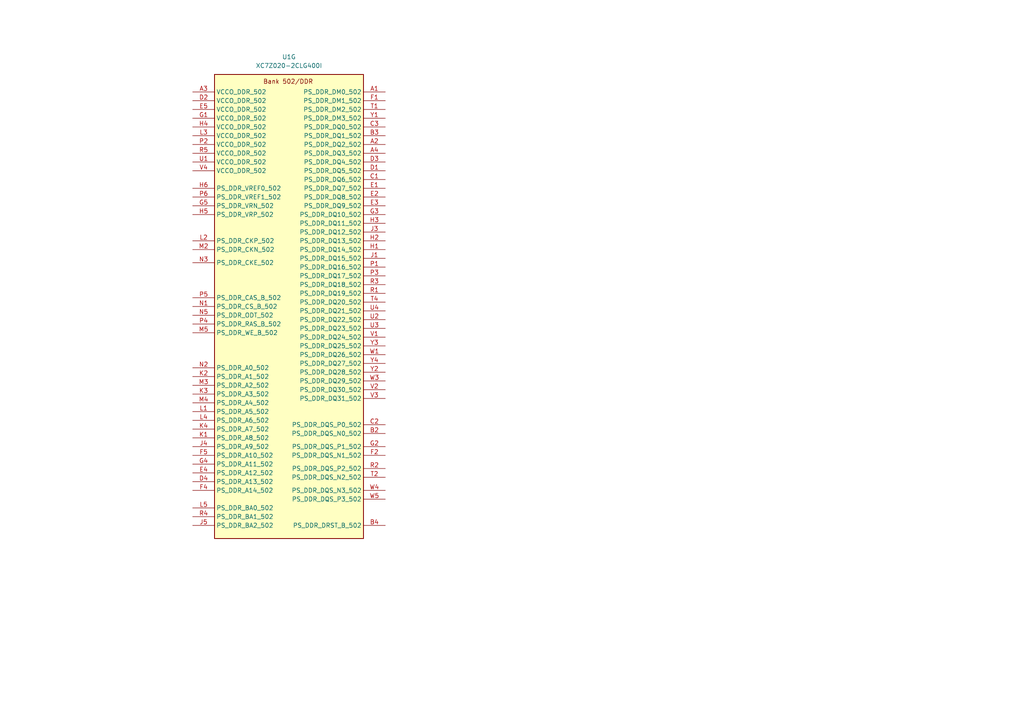
<source format=kicad_sch>
(kicad_sch (version 20250114) (generator "eeschema") (generator_version "9.0")
  (paper "A4")
  (lib_symbols
    (symbol "zynq:XC7Z020-2CLG400I"
      (property "Reference" "U" (at -40.386 17.272 0))
      (property "Value" "XC7Z020-2CLG400I" (at -40.386 14.732 0))
      (symbol "XC7Z020-2CLG400I_1_1"
        (rectangle (start -15.24 29.21) (end 15.24 -16.51) (stroke (width 0.254)) (fill (type background)))
        (text "Config" (at 0 27.686 0) (effects (font (size 1.27 1.27))))
        (pin power_in line (at -21.59 25.4 0) (length 6.35) (name "VCCO_0") (number "K6"))
        (pin power_in line (at -21.59 22.86 0) (length 6.35) (name "VCCBATT_0") (number "F11"))
        (pin power_in line (at -21.59 17.78 0) (length 6.35) (name "VCCADC_0") (number "J9"))
        (pin power_in line (at -21.59 15.24 0) (length 6.35) (name "GNDADC_0") (number "J10"))
        (pin bidirectional line (at -21.59 8.89 0) (length 6.35) (name "RSVDVCC1") (number "T6"))
        (pin bidirectional line (at -21.59 6.35 0) (length 6.35) (name "RSVDVCC2") (number "R6"))
        (pin bidirectional line (at -21.59 3.81 0) (length 6.35) (name "RSVDVCC3") (number "N6"))
        (pin bidirectional line (at -21.59 1.27 0) (length 6.35) (name "RSVDGND") (number "F10"))
        (pin power_in line (at -21.59 -6.35 0) (length 6.35) (name "VN_0") (number "L10"))
        (pin power_in line (at -21.59 -8.89 0) (length 6.35) (name "VP_0") (number "K9"))
        (pin power_in line (at -21.59 -11.43 0) (length 6.35) (name "VREFN_0") (number "K10"))
        (pin power_in line (at -21.59 -13.97 0) (length 6.35) (name "VREFP_0") (number "L9"))
        (pin bidirectional line (at 21.59 25.4 180) (length 6.35) (name "INIT_B_0") (number "R10"))
        (pin bidirectional line (at 21.59 22.86 180) (length 6.35) (name "PROGRAM_B_0") (number "L6"))
        (pin bidirectional line (at 21.59 20.32 180) (length 6.35) (name "DONE_0") (number "R11"))
        (pin bidirectional line (at 21.59 11.43 180) (length 6.35) (name "CFGBVS_0") (number "M6"))
        (pin bidirectional line (at 21.59 3.81 180) (length 6.35) (name "DXP_0") (number "M9"))
        (pin bidirectional line (at 21.59 1.27 180) (length 6.35) (name "DXN_0") (number "M10"))
        (pin bidirectional line (at 21.59 -6.35 180) (length 6.35) (name "TCK_0") (number "F9"))
        (pin bidirectional line (at 21.59 -8.89 180) (length 6.35) (name "TDI_0") (number "G6"))
        (pin bidirectional line (at 21.59 -11.43 180) (length 6.35) (name "TDO_0") (number "F6"))
        (pin bidirectional line (at 21.59 -13.97 180) (length 6.35) (name "TMS_0") (number "J6"))
      )
      (symbol "XC7Z020-2CLG400I_2_1"
        (rectangle (start -22.86 35.56) (end 22.86 -33.02) (stroke (width 0.254)) (fill (type background)))
        (text "Bank 13" (at 0 33.528 0) (effects (font (size 1.27 1.27))))
        (pin power_in line (at -29.21 30.48 0) (length 6.35) (name "VCCO_13") (number "T8"))
        (pin power_in line (at -29.21 27.94 0) (length 6.35) (name "VCCO_13") (number "U11"))
        (pin power_in line (at -29.21 25.4 0) (length 6.35) (name "VCCO_13") (number "W7"))
        (pin power_in line (at -29.21 22.86 0) (length 6.35) (name "VCCO_13") (number "Y10"))
        (pin bidirectional line (at 29.21 30.48 180) (length 6.35) (name "IO_L6N_T0_VREF_13") (number "V5"))
        (pin bidirectional line (at 29.21 27.94 180) (length 6.35) (name "IO_L11N_T1_SRCC_13") (number "V7"))
        (pin bidirectional line (at 29.21 25.4 180) (length 6.35) (name "IO_L11P_T1_SRCC_13") (number "U7"))
        (pin bidirectional line (at 29.21 22.86 180) (length 6.35) (name "IO_L12N_T1_MRCC_13") (number "U10"))
        (pin bidirectional line (at 29.21 20.32 180) (length 6.35) (name "IO_L12P_T1_MRCC_13") (number "T9"))
        (pin bidirectional line (at 29.21 17.78 180) (length 6.35) (name "IO_L13N_T2_MRCC_13") (number "Y6"))
        (pin bidirectional line (at 29.21 15.24 180) (length 6.35) (name "IO_L13P_T2_MRCC_13") (number "Y7"))
        (pin bidirectional line (at 29.21 12.7 180) (length 6.35) (name "IO_L14N_T2_SRCC_13") (number "Y8"))
        (pin bidirectional line (at 29.21 10.16 180) (length 6.35) (name "IO_L14P_T2_SRCC_13") (number "Y9"))
        (pin bidirectional line (at 29.21 7.62 180) (length 6.35) (name "IO_L15N_T2_DQS_13") (number "W8"))
        (pin bidirectional line (at 29.21 5.08 180) (length 6.35) (name "IO_L15P_T2_DQS_13") (number "V8"))
        (pin bidirectional line (at 29.21 2.54 180) (length 6.35) (name "IO_L16P_T2_13") (number "W10"))
        (pin bidirectional line (at 29.21 0 180) (length 6.35) (name "IO_L16N_T2_13") (number "W9"))
        (pin bidirectional line (at 29.21 -2.54 180) (length 6.35) (name "IO_L17P_T2_13") (number "U9"))
        (pin bidirectional line (at 29.21 -5.08 180) (length 6.35) (name "IO_L17N_T2_13") (number "U8"))
        (pin bidirectional line (at 29.21 -7.62 180) (length 6.35) (name "IO_L18P_T2_13") (number "W11"))
        (pin bidirectional line (at 29.21 -10.16 180) (length 6.35) (name "IO_L18N_T2_13") (number "Y11"))
        (pin bidirectional line (at 29.21 -12.7 180) (length 6.35) (name "IO_L19P_T3_13") (number "T5"))
        (pin bidirectional line (at 29.21 -15.24 180) (length 6.35) (name "IO_L19N_T3_VREF_13") (number "U5"))
        (pin bidirectional line (at 29.21 -17.78 180) (length 6.35) (name "IO_L20P_T3_13") (number "Y12"))
        (pin bidirectional line (at 29.21 -20.32 180) (length 6.35) (name "IO_L20N_T3_13") (number "Y13"))
        (pin bidirectional line (at 29.21 -22.86 180) (length 6.35) (name "IO_L21P_T3_DQS_13") (number "V11"))
        (pin bidirectional line (at 29.21 -25.4 180) (length 6.35) (name "IO_L21N_T3_DQS_13") (number "V10"))
        (pin bidirectional line (at 29.21 -27.94 180) (length 6.35) (name "IO_L22P_T3_13") (number "V6"))
        (pin bidirectional line (at 29.21 -30.48 180) (length 6.35) (name "IO_L22N_T3_13") (number "W6"))
      )
      (symbol "XC7Z020-2CLG400I_3_1"
        (rectangle (start -29.21 66.04) (end 29.21 -66.04) (stroke (width 0.254)) (fill (type background)))
        (text "Bank 34" (at 0 64.262 0) (effects (font (size 1.27 1.27))))
        (pin power_in line (at -35.56 60.96 0) (length 6.35) (name "VCCO_34") (number "N19"))
        (pin power_in line (at -35.56 58.42 0) (length 6.35) (name "VCCO_34") (number "R15"))
        (pin power_in line (at -35.56 55.88 0) (length 6.35) (name "VCCO_34") (number "T18"))
        (pin power_in line (at -35.56 53.34 0) (length 6.35) (name "VCCO_34") (number "V14"))
        (pin power_in line (at -35.56 50.8 0) (length 6.35) (name "VCCO_34") (number "W17"))
        (pin power_in line (at -35.56 48.26 0) (length 6.35) (name "VCCO_34") (number "Y20"))
        (pin bidirectional line (at 35.56 60.96 180) (length 6.35) (name "IO_0_34") (number "R19"))
        (pin bidirectional line (at 35.56 58.42 180) (length 6.35) (name "IO_25_34") (number "T19"))
        (pin bidirectional line (at 35.56 55.88 180) (length 6.35) (name "IO_L1P_T0_34") (number "T11"))
        (pin bidirectional line (at 35.56 53.34 180) (length 6.35) (name "IO_L1N_T0_34") (number "T10"))
        (pin bidirectional line (at 35.56 50.8 180) (length 6.35) (name "IO_L2P_T0_34") (number "T12"))
        (pin bidirectional line (at 35.56 48.26 180) (length 6.35) (name "IO_L2N_T0_34") (number "U12"))
        (pin bidirectional line (at 35.56 45.72 180) (length 6.35) (name "IO_L3P_T0_DQS_PUDC_B_34") (number "U13"))
        (pin bidirectional line (at 35.56 43.18 180) (length 6.35) (name "IO_L3N_T0_DQS_34") (number "V13"))
        (pin bidirectional line (at 35.56 40.64 180) (length 6.35) (name "IO_L4P_T0_34") (number "V12"))
        (pin bidirectional line (at 35.56 38.1 180) (length 6.35) (name "IO_L4N_T0_34") (number "W13"))
        (pin bidirectional line (at 35.56 35.56 180) (length 6.35) (name "IO_L5P_T0_34") (number "T14"))
        (pin bidirectional line (at 35.56 33.02 180) (length 6.35) (name "IO_L5N_T0_34") (number "T15"))
        (pin bidirectional line (at 35.56 30.48 180) (length 6.35) (name "IO_L6P_T0_34") (number "P14"))
        (pin bidirectional line (at 35.56 27.94 180) (length 6.35) (name "IO_L6N_T0_VREF_34") (number "R14"))
        (pin bidirectional line (at 35.56 25.4 180) (length 6.35) (name "IO_L7P_T1_34") (number "Y16"))
        (pin bidirectional line (at 35.56 22.86 180) (length 6.35) (name "IO_L7N_T1_34") (number "Y17"))
        (pin bidirectional line (at 35.56 20.32 180) (length 6.35) (name "IO_L8P_T1_34") (number "W14"))
        (pin bidirectional line (at 35.56 17.78 180) (length 6.35) (name "IO_L8N_T1_34") (number "Y14"))
        (pin bidirectional line (at 35.56 15.24 180) (length 6.35) (name "IO_L9P_T1_DQS_34") (number "T16"))
        (pin bidirectional line (at 35.56 12.7 180) (length 6.35) (name "IO_L9N_T1_DQS_34") (number "U17"))
        (pin bidirectional line (at 35.56 10.16 180) (length 6.35) (name "IO_L10P_T1_34") (number "V15"))
        (pin bidirectional line (at 35.56 7.62 180) (length 6.35) (name "IO_L10N_T1_34") (number "W15"))
        (pin bidirectional line (at 35.56 5.08 180) (length 6.35) (name "IO_L11P_T1_SRCC_34") (number "U14"))
        (pin bidirectional line (at 35.56 2.54 180) (length 6.35) (name "IO_L11N_T1_SRCC_34") (number "U15"))
        (pin bidirectional line (at 35.56 0 180) (length 6.35) (name "IO_L12P_T1_MRCC_34") (number "U18"))
        (pin bidirectional line (at 35.56 -2.54 180) (length 6.35) (name "IO_L12N_T1_MRCC_34") (number "U19"))
        (pin bidirectional line (at 35.56 -5.08 180) (length 6.35) (name "IO_L13P_T2_MRCC_34") (number "N18"))
        (pin bidirectional line (at 35.56 -7.62 180) (length 6.35) (name "IO_L13N_T2_MRCC_34") (number "P19"))
        (pin bidirectional line (at 35.56 -10.16 180) (length 6.35) (name "IO_L14P_T2_SRCC_34") (number "N20"))
        (pin bidirectional line (at 35.56 -12.7 180) (length 6.35) (name "IO_L14N_T2_SRCC_34") (number "P20"))
        (pin bidirectional line (at 35.56 -15.24 180) (length 6.35) (name "IO_L15P_T2_DQS_34") (number "T20"))
        (pin bidirectional line (at 35.56 -17.78 180) (length 6.35) (name "IO_L15N_T2_DQS_34") (number "U20"))
        (pin bidirectional line (at 35.56 -20.32 180) (length 6.35) (name "IO_L16P_T2_34") (number "V20"))
        (pin bidirectional line (at 35.56 -22.86 180) (length 6.35) (name "IO_L16N_T2_34") (number "W20"))
        (pin bidirectional line (at 35.56 -25.4 180) (length 6.35) (name "IO_L17P_T2_34") (number "Y18"))
        (pin bidirectional line (at 35.56 -27.94 180) (length 6.35) (name "IO_L17N_T2_34") (number "Y19"))
        (pin bidirectional line (at 35.56 -30.48 180) (length 6.35) (name "IO_L18P_T2_34") (number "V16"))
        (pin bidirectional line (at 35.56 -33.02 180) (length 6.35) (name "IO_L18N_T2_34") (number "W16"))
        (pin bidirectional line (at 35.56 -35.56 180) (length 6.35) (name "IO_L19P_T3_34") (number "R16"))
        (pin bidirectional line (at 35.56 -38.1 180) (length 6.35) (name "IO_L19N_T3_VREF_34") (number "R17"))
        (pin bidirectional line (at 35.56 -40.64 180) (length 6.35) (name "IO_L20P_T3_34") (number "T17"))
        (pin bidirectional line (at 35.56 -43.18 180) (length 6.35) (name "IO_L20N_T3_34") (number "R18"))
        (pin bidirectional line (at 35.56 -45.72 180) (length 6.35) (name "IO_L21P_T3_DQS_34") (number "V17"))
        (pin bidirectional line (at 35.56 -48.26 180) (length 6.35) (name "IO_L21N_T3_DQS_34") (number "V18"))
        (pin bidirectional line (at 35.56 -50.8 180) (length 6.35) (name "IO_L22P_T3_34") (number "W18"))
        (pin bidirectional line (at 35.56 -53.34 180) (length 6.35) (name "IO_L22N_T3_34") (number "W19"))
        (pin bidirectional line (at 35.56 -55.88 180) (length 6.35) (name "IO_L23P_T3_34") (number "N17"))
        (pin bidirectional line (at 35.56 -58.42 180) (length 6.35) (name "IO_L23N_T3_34") (number "P18"))
        (pin bidirectional line (at 35.56 -60.96 180) (length 6.35) (name "IO_L24P_T3_34") (number "P15"))
        (pin bidirectional line (at 35.56 -63.5 180) (length 6.35) (name "IO_L24N_T3_34") (number "P16"))
      )
      (symbol "XC7Z020-2CLG400I_4_1"
        (rectangle (start -29.21 66.04) (end 29.21 -66.04) (stroke (width 0.254)) (fill (type background)))
        (text "Bank 35" (at 0 64.008 0) (effects (font (size 1.27 1.27))))
        (pin power_in line (at -35.56 60.96 0) (length 6.35) (name "VCCO_35") (number "C19"))
        (pin power_in line (at -35.56 58.42 0) (length 6.35) (name "VCCO_35") (number "F18"))
        (pin power_in line (at -35.56 55.88 0) (length 6.35) (name "VCCO_35") (number "H14"))
        (pin power_in line (at -35.56 53.34 0) (length 6.35) (name "VCCO_35") (number "J17"))
        (pin power_in line (at -35.56 50.8 0) (length 6.35) (name "VCCO_35") (number "K20"))
        (pin power_in line (at -35.56 48.26 0) (length 6.35) (name "VCCO_35") (number "M16"))
        (pin bidirectional line (at 35.56 60.96 180) (length 6.35) (name "IO_0_35") (number "G14"))
        (pin bidirectional line (at 35.56 58.42 180) (length 6.35) (name "IO_25_35") (number "J15"))
        (pin bidirectional line (at 35.56 55.88 180) (length 6.35) (name "IO_L1P_T0_AD0P_35") (number "C20"))
        (pin bidirectional line (at 35.56 53.34 180) (length 6.35) (name "IO_L1N_T0_AD0N_35") (number "B20"))
        (pin bidirectional line (at 35.56 50.8 180) (length 6.35) (name "IO_L2P_T0_AD8P_35") (number "B19"))
        (pin bidirectional line (at 35.56 48.26 180) (length 6.35) (name "IO_L2N_T0_AD8N_35") (number "A20"))
        (pin bidirectional line (at 35.56 45.72 180) (length 6.35) (name "IO_L3P_T0_DQS_AD1P_35") (number "E17"))
        (pin bidirectional line (at 35.56 43.18 180) (length 6.35) (name "IO_L3N_T0_DQS_AD1N_35") (number "D18"))
        (pin bidirectional line (at 35.56 40.64 180) (length 6.35) (name "IO_L4P_T0_35") (number "D19"))
        (pin bidirectional line (at 35.56 38.1 180) (length 6.35) (name "IO_L4N_T0_35") (number "D20"))
        (pin bidirectional line (at 35.56 35.56 180) (length 6.35) (name "IO_L5P_T0_AD9P_35") (number "E18"))
        (pin bidirectional line (at 35.56 33.02 180) (length 6.35) (name "IO_L5N_T0_AD9N_35") (number "E19"))
        (pin bidirectional line (at 35.56 30.48 180) (length 6.35) (name "IO_L6P_T0_35") (number "F16"))
        (pin bidirectional line (at 35.56 27.94 180) (length 6.35) (name "IO_L6N_T0_VREF_35") (number "F17"))
        (pin bidirectional line (at 35.56 25.4 180) (length 6.35) (name "IO_L7P_T1_AD2P_35") (number "M19"))
        (pin bidirectional line (at 35.56 22.86 180) (length 6.35) (name "IO_L7N_T1_AD2N_35") (number "M20"))
        (pin bidirectional line (at 35.56 20.32 180) (length 6.35) (name "IO_L8P_T1_AD10P_35") (number "M17"))
        (pin bidirectional line (at 35.56 17.78 180) (length 6.35) (name "IO_L8N_T1_AD10N_35") (number "M18"))
        (pin bidirectional line (at 35.56 15.24 180) (length 6.35) (name "IO_L9P_T1_DQS_AD3P_35") (number "L19"))
        (pin bidirectional line (at 35.56 12.7 180) (length 6.35) (name "IO_L9N_T1_DQS_AD3N_35") (number "L20"))
        (pin bidirectional line (at 35.56 10.16 180) (length 6.35) (name "IO_L10P_T1_AD11P_35") (number "K19"))
        (pin bidirectional line (at 35.56 7.62 180) (length 6.35) (name "IO_L10N_T1_AD11N_35") (number "J19"))
        (pin bidirectional line (at 35.56 5.08 180) (length 6.35) (name "IO_L11P_T1_SRCC_35") (number "L16"))
        (pin bidirectional line (at 35.56 2.54 180) (length 6.35) (name "IO_L11N_T1_SRCC_35") (number "L17"))
        (pin bidirectional line (at 35.56 0 180) (length 6.35) (name "IO_L12P_T1_MRCC_35") (number "K17"))
        (pin bidirectional line (at 35.56 -2.54 180) (length 6.35) (name "IO_L12N_T1_MRCC_35") (number "K18"))
        (pin bidirectional line (at 35.56 -5.08 180) (length 6.35) (name "IO_L13P_T2_MRCC_35") (number "H16"))
        (pin bidirectional line (at 35.56 -7.62 180) (length 6.35) (name "IO_L13N_T2_MRCC_35") (number "H17"))
        (pin bidirectional line (at 35.56 -10.16 180) (length 6.35) (name "IO_L14P_T2_AD4P_SRCC_35") (number "J18"))
        (pin bidirectional line (at 35.56 -12.7 180) (length 6.35) (name "IO_L14N_T2_AD4N_SRCC_35") (number "H18"))
        (pin bidirectional line (at 35.56 -15.24 180) (length 6.35) (name "IO_L15P_T2_DQS_AD12P_35") (number "F19"))
        (pin bidirectional line (at 35.56 -17.78 180) (length 6.35) (name "IO_L15N_T2_DQS_AD12N_35") (number "F20"))
        (pin bidirectional line (at 35.56 -20.32 180) (length 6.35) (name "IO_L16P_T2_35") (number "G17"))
        (pin bidirectional line (at 35.56 -22.86 180) (length 6.35) (name "IO_L16N_T2_35") (number "G18"))
        (pin bidirectional line (at 35.56 -25.4 180) (length 6.35) (name "IO_L17P_T2_AD5P_35") (number "J20"))
        (pin bidirectional line (at 35.56 -27.94 180) (length 6.35) (name "IO_L17N_T2_AD5N_35") (number "H20"))
        (pin bidirectional line (at 35.56 -30.48 180) (length 6.35) (name "IO_L18P_T2_AD13P_35") (number "G19"))
        (pin bidirectional line (at 35.56 -33.02 180) (length 6.35) (name "IO_L18N_T2_AD13N_35") (number "G20"))
        (pin bidirectional line (at 35.56 -35.56 180) (length 6.35) (name "IO_L19P_T3_35") (number "H15"))
        (pin bidirectional line (at 35.56 -38.1 180) (length 6.35) (name "IO_L19N_T3_VREF_35") (number "G15"))
        (pin bidirectional line (at 35.56 -40.64 180) (length 6.35) (name "IO_L20P_T3_AD6P_35") (number "K14"))
        (pin bidirectional line (at 35.56 -43.18 180) (length 6.35) (name "IO_L20N_T3_AD6N_35") (number "J14"))
        (pin bidirectional line (at 35.56 -45.72 180) (length 6.35) (name "IO_L21P_T3_DQS_AD14P_35") (number "N15"))
        (pin bidirectional line (at 35.56 -48.26 180) (length 6.35) (name "IO_L21N_T3_DQS_AD14N_35") (number "N16"))
        (pin bidirectional line (at 35.56 -50.8 180) (length 6.35) (name "IO_L22P_T3_AD7P_35") (number "L14"))
        (pin bidirectional line (at 35.56 -53.34 180) (length 6.35) (name "IO_L22N_T3_AD7N_35") (number "L15"))
        (pin bidirectional line (at 35.56 -55.88 180) (length 6.35) (name "IO_L23P_T3_35") (number "M14"))
        (pin bidirectional line (at 35.56 -58.42 180) (length 6.35) (name "IO_L23N_T3_35") (number "M15"))
        (pin bidirectional line (at 35.56 -60.96 180) (length 6.35) (name "IO_L24P_T3_AD15P_35") (number "K16"))
        (pin bidirectional line (at 35.56 -63.5 180) (length 6.35) (name "IO_L24N_T3_AD15N_35") (number "J16"))
      )
      (symbol "XC7Z020-2CLG400I_5_1"
        (rectangle (start -17.78 26.67) (end 17.78 -24.13) (stroke (width 0.254)) (fill (type background)))
        (text "Bank 500/MIO 1" (at -0.254 24.638 0) (effects (font (size 1.27 1.27))))
        (pin power_in line (at -24.13 19.05 0) (length 6.35) (name "VCCO_MIO0_500") (number "B6"))
        (pin power_in line (at -24.13 16.51 0) (length 6.35) (name "VCCO_MIO0_500") (number "D7"))
        (pin bidirectional line (at 24.13 21.59 180) (length 6.35) (name "PS_CLK_500") (number "E7"))
        (pin bidirectional line (at 24.13 19.05 180) (length 6.35) (name "PS_MIO0_500") (number "E6"))
        (pin bidirectional line (at 24.13 16.51 180) (length 6.35) (name "PS_MIO1_500") (number "A7"))
        (pin bidirectional line (at 24.13 13.97 180) (length 6.35) (name "PS_MIO2_500") (number "B8"))
        (pin bidirectional line (at 24.13 11.43 180) (length 6.35) (name "PS_MIO3_500") (number "D6"))
        (pin bidirectional line (at 24.13 8.89 180) (length 6.35) (name "PS_MIO4_500") (number "B7"))
        (pin bidirectional line (at 24.13 6.35 180) (length 6.35) (name "PS_MIO5_500") (number "A6"))
        (pin bidirectional line (at 24.13 3.81 180) (length 6.35) (name "PS_MIO6_500") (number "A5"))
        (pin bidirectional line (at 24.13 1.27 180) (length 6.35) (name "PS_MIO7_500") (number "D8"))
        (pin bidirectional line (at 24.13 -1.27 180) (length 6.35) (name "PS_MIO8_500") (number "D5"))
        (pin bidirectional line (at 24.13 -3.81 180) (length 6.35) (name "PS_MIO9_500") (number "B5"))
        (pin bidirectional line (at 24.13 -6.35 180) (length 6.35) (name "PS_MIO10_500") (number "E9"))
        (pin bidirectional line (at 24.13 -8.89 180) (length 6.35) (name "PS_MIO11_500") (number "C6"))
        (pin bidirectional line (at 24.13 -11.43 180) (length 6.35) (name "PS_MIO12_500") (number "D9"))
        (pin bidirectional line (at 24.13 -13.97 180) (length 6.35) (name "PS_MIO13_500") (number "E8"))
        (pin bidirectional line (at 24.13 -16.51 180) (length 6.35) (name "PS_MIO14_500") (number "C5"))
        (pin bidirectional line (at 24.13 -19.05 180) (length 6.35) (name "PS_MIO15_500") (number "C8"))
        (pin bidirectional line (at 24.13 -21.59 180) (length 6.35) (name "PS_POR_B_500") (number "C7"))
      )
      (symbol "XC7Z020-2CLG400I_6_1"
        (rectangle (start -20.32 54.61) (end 20.32 -50.8) (stroke (width 0.254)) (fill (type background)))
        (text "Bank 501/MIO 2" (at 0 52.324 0) (effects (font (size 1.27 1.27))))
        (pin bidirectional line (at -26.67 -44.45 0) (length 6.35) (name "PS_SRST_B_501") (number "B10"))
        (pin power_in line (at -25.4 46.99 0) (length 6.35) (name "PS_MIO_VREF_501") (number "E11"))
        (pin power_in line (at -25.4 44.45 0) (length 6.35) (name "VCCO_MIO1_501") (number "A13"))
        (pin power_in line (at -25.4 41.91 0) (length 6.35) (name "VCCO_MIO1_501") (number "B16"))
        (pin power_in line (at -25.4 39.37 0) (length 6.35) (name "VCCO_MIO1_501") (number "D12"))
        (pin power_in line (at -25.4 36.83 0) (length 6.35) (name "VCCO_MIO1_501") (number "E15"))
        (pin bidirectional line (at 26.67 49.53 180) (length 6.35) (name "PS_MIO16_501") (number "A19"))
        (pin bidirectional line (at 26.67 46.99 180) (length 6.35) (name "PS_MIO17_501") (number "E14"))
        (pin bidirectional line (at 26.67 44.45 180) (length 6.35) (name "PS_MIO18_501") (number "B18"))
        (pin bidirectional line (at 26.67 41.91 180) (length 6.35) (name "PS_MIO19_501") (number "D10"))
        (pin bidirectional line (at 26.67 39.37 180) (length 6.35) (name "PS_MIO20_501") (number "A17"))
        (pin bidirectional line (at 26.67 36.83 180) (length 6.35) (name "PS_MIO21_501") (number "F14"))
        (pin bidirectional line (at 26.67 34.29 180) (length 6.35) (name "PS_MIO22_501") (number "B17"))
        (pin bidirectional line (at 26.67 31.75 180) (length 6.35) (name "PS_MIO23_501") (number "D11"))
        (pin bidirectional line (at 26.67 29.21 180) (length 6.35) (name "PS_MIO24_501") (number "A16"))
        (pin bidirectional line (at 26.67 26.67 180) (length 6.35) (name "PS_MIO25_501") (number "F15"))
        (pin bidirectional line (at 26.67 24.13 180) (length 6.35) (name "PS_MIO26_501") (number "A15"))
        (pin bidirectional line (at 26.67 21.59 180) (length 6.35) (name "PS_MIO27_501") (number "D13"))
        (pin bidirectional line (at 26.67 19.05 180) (length 6.35) (name "PS_MIO28_501") (number "C16"))
        (pin bidirectional line (at 26.67 16.51 180) (length 6.35) (name "PS_MIO29_501") (number "C13"))
        (pin bidirectional line (at 26.67 13.97 180) (length 6.35) (name "PS_MIO30_501") (number "C15"))
        (pin bidirectional line (at 26.67 11.43 180) (length 6.35) (name "PS_MIO31_501") (number "E16"))
        (pin bidirectional line (at 26.67 8.89 180) (length 6.35) (name "PS_MIO32_501") (number "A14"))
        (pin bidirectional line (at 26.67 6.35 180) (length 6.35) (name "PS_MIO33_501") (number "D15"))
        (pin bidirectional line (at 26.67 3.81 180) (length 6.35) (name "PS_MIO34_501") (number "A12"))
        (pin bidirectional line (at 26.67 1.27 180) (length 6.35) (name "PS_MIO35_501") (number "F12"))
        (pin bidirectional line (at 26.67 -1.27 180) (length 6.35) (name "PS_MIO36_501") (number "A11"))
        (pin bidirectional line (at 26.67 -3.81 180) (length 6.35) (name "PS_MIO37_501") (number "A10"))
        (pin bidirectional line (at 26.67 -6.35 180) (length 6.35) (name "PS_MIO38_501") (number "E13"))
        (pin bidirectional line (at 26.67 -8.89 180) (length 6.35) (name "PS_MIO39_501") (number "C18"))
        (pin bidirectional line (at 26.67 -11.43 180) (length 6.35) (name "PS_MIO40_501") (number "D14"))
        (pin bidirectional line (at 26.67 -13.97 180) (length 6.35) (name "PS_MIO41_501") (number "C17"))
        (pin bidirectional line (at 26.67 -16.51 180) (length 6.35) (name "PS_MIO42_501") (number "E12"))
        (pin bidirectional line (at 26.67 -19.05 180) (length 6.35) (name "PS_MIO43_501") (number "A9"))
        (pin bidirectional line (at 26.67 -21.59 180) (length 6.35) (name "PS_MIO44_501") (number "F13"))
        (pin bidirectional line (at 26.67 -24.13 180) (length 6.35) (name "PS_MIO45_501") (number "B15"))
        (pin bidirectional line (at 26.67 -26.67 180) (length 6.35) (name "PS_MIO46_501") (number "D16"))
        (pin bidirectional line (at 26.67 -29.21 180) (length 6.35) (name "PS_MIO47_501") (number "B14"))
        (pin bidirectional line (at 26.67 -31.75 180) (length 6.35) (name "PS_MIO48_501") (number "B12"))
        (pin bidirectional line (at 26.67 -34.29 180) (length 6.35) (name "PS_MIO49_501") (number "C12"))
        (pin bidirectional line (at 26.67 -36.83 180) (length 6.35) (name "PS_MIO50_501") (number "B13"))
        (pin bidirectional line (at 26.67 -39.37 180) (length 6.35) (name "PS_MIO51_501") (number "B9"))
        (pin bidirectional line (at 26.67 -41.91 180) (length 6.35) (name "PS_MIO52_501") (number "C10"))
        (pin bidirectional line (at 26.67 -44.45 180) (length 6.35) (name "PS_MIO53_501") (number "C11"))
      )
      (symbol "XC7Z020-2CLG400I_7_1"
        (rectangle (start -21.59 59.69) (end 21.59 -74.93) (stroke (width 0.254)) (fill (type background)))
        (text "Bank 502/DDR" (at -0.254 57.658 0) (effects (font (size 1.27 1.27))))
        (pin power_in line (at -27.94 54.61 0) (length 6.35) (name "VCCO_DDR_502") (number "A3"))
        (pin power_in line (at -27.94 52.07 0) (length 6.35) (name "VCCO_DDR_502") (number "D2"))
        (pin power_in line (at -27.94 49.53 0) (length 6.35) (name "VCCO_DDR_502") (number "E5"))
        (pin power_in line (at -27.94 46.99 0) (length 6.35) (name "VCCO_DDR_502") (number "G1"))
        (pin power_in line (at -27.94 44.45 0) (length 6.35) (name "VCCO_DDR_502") (number "H4"))
        (pin power_in line (at -27.94 41.91 0) (length 6.35) (name "VCCO_DDR_502") (number "L3"))
        (pin power_in line (at -27.94 39.37 0) (length 6.35) (name "VCCO_DDR_502") (number "P2"))
        (pin power_in line (at -27.94 36.83 0) (length 6.35) (name "VCCO_DDR_502") (number "R5"))
        (pin power_in line (at -27.94 34.29 0) (length 6.35) (name "VCCO_DDR_502") (number "U1"))
        (pin power_in line (at -27.94 31.75 0) (length 6.35) (name "VCCO_DDR_502") (number "V4"))
        (pin power_in line (at -27.94 26.67 0) (length 6.35) (name "PS_DDR_VREF0_502") (number "H6"))
        (pin power_in line (at -27.94 24.13 0) (length 6.35) (name "PS_DDR_VREF1_502") (number "P6"))
        (pin bidirectional line (at -27.94 21.59 0) (length 6.35) (name "PS_DDR_VRN_502") (number "G5"))
        (pin bidirectional line (at -27.94 19.05 0) (length 6.35) (name "PS_DDR_VRP_502") (number "H5"))
        (pin bidirectional line (at -27.94 11.43 0) (length 6.35) (name "PS_DDR_CKP_502") (number "L2"))
        (pin bidirectional line (at -27.94 8.89 0) (length 6.35) (name "PS_DDR_CKN_502") (number "M2"))
        (pin bidirectional line (at -27.94 5.08 0) (length 6.35) (name "PS_DDR_CKE_502") (number "N3"))
        (pin bidirectional line (at -27.94 -5.08 0) (length 6.35) (name "PS_DDR_CAS_B_502") (number "P5"))
        (pin bidirectional line (at -27.94 -7.62 0) (length 6.35) (name "PS_DDR_CS_B_502") (number "N1"))
        (pin bidirectional line (at -27.94 -10.16 0) (length 6.35) (name "PS_DDR_ODT_502") (number "N5"))
        (pin bidirectional line (at -27.94 -12.7 0) (length 6.35) (name "PS_DDR_RAS_B_502") (number "P4"))
        (pin bidirectional line (at -27.94 -15.24 0) (length 6.35) (name "PS_DDR_WE_B_502") (number "M5"))
        (pin bidirectional line (at -27.94 -25.4 0) (length 6.35) (name "PS_DDR_A0_502") (number "N2"))
        (pin bidirectional line (at -27.94 -27.94 0) (length 6.35) (name "PS_DDR_A1_502") (number "K2"))
        (pin bidirectional line (at -27.94 -30.48 0) (length 6.35) (name "PS_DDR_A2_502") (number "M3"))
        (pin bidirectional line (at -27.94 -33.02 0) (length 6.35) (name "PS_DDR_A3_502") (number "K3"))
        (pin bidirectional line (at -27.94 -35.56 0) (length 6.35) (name "PS_DDR_A4_502") (number "M4"))
        (pin bidirectional line (at -27.94 -38.1 0) (length 6.35) (name "PS_DDR_A5_502") (number "L1"))
        (pin bidirectional line (at -27.94 -40.64 0) (length 6.35) (name "PS_DDR_A6_502") (number "L4"))
        (pin bidirectional line (at -27.94 -43.18 0) (length 6.35) (name "PS_DDR_A7_502") (number "K4"))
        (pin bidirectional line (at -27.94 -45.72 0) (length 6.35) (name "PS_DDR_A8_502") (number "K1"))
        (pin bidirectional line (at -27.94 -48.26 0) (length 6.35) (name "PS_DDR_A9_502") (number "J4"))
        (pin bidirectional line (at -27.94 -50.8 0) (length 6.35) (name "PS_DDR_A10_502") (number "F5"))
        (pin bidirectional line (at -27.94 -53.34 0) (length 6.35) (name "PS_DDR_A11_502") (number "G4"))
        (pin bidirectional line (at -27.94 -55.88 0) (length 6.35) (name "PS_DDR_A12_502") (number "E4"))
        (pin bidirectional line (at -27.94 -58.42 0) (length 6.35) (name "PS_DDR_A13_502") (number "D4"))
        (pin bidirectional line (at -27.94 -60.96 0) (length 6.35) (name "PS_DDR_A14_502") (number "F4"))
        (pin bidirectional line (at -27.94 -66.04 0) (length 6.35) (name "PS_DDR_BA0_502") (number "L5"))
        (pin bidirectional line (at -27.94 -68.58 0) (length 6.35) (name "PS_DDR_BA1_502") (number "R4"))
        (pin bidirectional line (at -27.94 -71.12 0) (length 6.35) (name "PS_DDR_BA2_502") (number "J5"))
        (pin bidirectional line (at 27.94 54.61 180) (length 6.35) (name "PS_DDR_DM0_502") (number "A1"))
        (pin bidirectional line (at 27.94 52.07 180) (length 6.35) (name "PS_DDR_DM1_502") (number "F1"))
        (pin bidirectional line (at 27.94 49.53 180) (length 6.35) (name "PS_DDR_DM2_502") (number "T1"))
        (pin bidirectional line (at 27.94 46.99 180) (length 6.35) (name "PS_DDR_DM3_502") (number "Y1"))
        (pin bidirectional line (at 27.94 44.45 180) (length 6.35) (name "PS_DDR_DQ0_502") (number "C3"))
        (pin bidirectional line (at 27.94 41.91 180) (length 6.35) (name "PS_DDR_DQ1_502") (number "B3"))
        (pin bidirectional line (at 27.94 39.37 180) (length 6.35) (name "PS_DDR_DQ2_502") (number "A2"))
        (pin bidirectional line (at 27.94 36.83 180) (length 6.35) (name "PS_DDR_DQ3_502") (number "A4"))
        (pin bidirectional line (at 27.94 34.29 180) (length 6.35) (name "PS_DDR_DQ4_502") (number "D3"))
        (pin bidirectional line (at 27.94 31.75 180) (length 6.35) (name "PS_DDR_DQ5_502") (number "D1"))
        (pin bidirectional line (at 27.94 29.21 180) (length 6.35) (name "PS_DDR_DQ6_502") (number "C1"))
        (pin bidirectional line (at 27.94 26.67 180) (length 6.35) (name "PS_DDR_DQ7_502") (number "E1"))
        (pin bidirectional line (at 27.94 24.13 180) (length 6.35) (name "PS_DDR_DQ8_502") (number "E2"))
        (pin bidirectional line (at 27.94 21.59 180) (length 6.35) (name "PS_DDR_DQ9_502") (number "E3"))
        (pin bidirectional line (at 27.94 19.05 180) (length 6.35) (name "PS_DDR_DQ10_502") (number "G3"))
        (pin bidirectional line (at 27.94 16.51 180) (length 6.35) (name "PS_DDR_DQ11_502") (number "H3"))
        (pin bidirectional line (at 27.94 13.97 180) (length 6.35) (name "PS_DDR_DQ12_502") (number "J3"))
        (pin bidirectional line (at 27.94 11.43 180) (length 6.35) (name "PS_DDR_DQ13_502") (number "H2"))
        (pin bidirectional line (at 27.94 8.89 180) (length 6.35) (name "PS_DDR_DQ14_502") (number "H1"))
        (pin bidirectional line (at 27.94 6.35 180) (length 6.35) (name "PS_DDR_DQ15_502") (number "J1"))
        (pin bidirectional line (at 27.94 3.81 180) (length 6.35) (name "PS_DDR_DQ16_502") (number "P1"))
        (pin bidirectional line (at 27.94 1.27 180) (length 6.35) (name "PS_DDR_DQ17_502") (number "P3"))
        (pin bidirectional line (at 27.94 -1.27 180) (length 6.35) (name "PS_DDR_DQ18_502") (number "R3"))
        (pin bidirectional line (at 27.94 -3.81 180) (length 6.35) (name "PS_DDR_DQ19_502") (number "R1"))
        (pin bidirectional line (at 27.94 -6.35 180) (length 6.35) (name "PS_DDR_DQ20_502") (number "T4"))
        (pin bidirectional line (at 27.94 -8.89 180) (length 6.35) (name "PS_DDR_DQ21_502") (number "U4"))
        (pin bidirectional line (at 27.94 -11.43 180) (length 6.35) (name "PS_DDR_DQ22_502") (number "U2"))
        (pin bidirectional line (at 27.94 -13.97 180) (length 6.35) (name "PS_DDR_DQ23_502") (number "U3"))
        (pin bidirectional line (at 27.94 -16.51 180) (length 6.35) (name "PS_DDR_DQ24_502") (number "V1"))
        (pin bidirectional line (at 27.94 -19.05 180) (length 6.35) (name "PS_DDR_DQ25_502") (number "Y3"))
        (pin bidirectional line (at 27.94 -21.59 180) (length 6.35) (name "PS_DDR_DQ26_502") (number "W1"))
        (pin bidirectional line (at 27.94 -24.13 180) (length 6.35) (name "PS_DDR_DQ27_502") (number "Y4"))
        (pin bidirectional line (at 27.94 -26.67 180) (length 6.35) (name "PS_DDR_DQ28_502") (number "Y2"))
        (pin bidirectional line (at 27.94 -29.21 180) (length 6.35) (name "PS_DDR_DQ29_502") (number "W3"))
        (pin bidirectional line (at 27.94 -31.75 180) (length 6.35) (name "PS_DDR_DQ30_502") (number "V2"))
        (pin bidirectional line (at 27.94 -34.29 180) (length 6.35) (name "PS_DDR_DQ31_502") (number "V3"))
        (pin bidirectional line (at 27.94 -41.91 180) (length 6.35) (name "PS_DDR_DQS_P0_502") (number "C2"))
        (pin bidirectional line (at 27.94 -44.45 180) (length 6.35) (name "PS_DDR_DQS_N0_502") (number "B2"))
        (pin bidirectional line (at 27.94 -48.26 180) (length 6.35) (name "PS_DDR_DQS_P1_502") (number "G2"))
        (pin bidirectional line (at 27.94 -50.8 180) (length 6.35) (name "PS_DDR_DQS_N1_502") (number "F2"))
        (pin bidirectional line (at 27.94 -54.61 180) (length 6.35) (name "PS_DDR_DQS_P2_502") (number "R2"))
        (pin bidirectional line (at 27.94 -57.15 180) (length 6.35) (name "PS_DDR_DQS_N2_502") (number "T2"))
        (pin bidirectional line (at 27.94 -60.96 180) (length 6.35) (name "PS_DDR_DQS_N3_502") (number "W4"))
        (pin bidirectional line (at 27.94 -63.5 180) (length 6.35) (name "PS_DDR_DQS_P3_502") (number "W5"))
        (pin bidirectional line (at 27.94 -71.12 180) (length 6.35) (name "PS_DDR_DRST_B_502") (number "B4"))
      )
      (symbol "XC7Z020-2CLG400I_8_1"
        (rectangle (start -10.16 78.74) (end 10.16 -76.2) (stroke (width 0.254)) (fill (type background)))
        (text "PWR" (at 0 76.962 0) (effects (font (size 1.27 1.27))))
        (pin power_in line (at -17.78 44.45 0) (length 6.35) (name "VCCBRAM") (number "G11"))
        (pin power_in line (at -17.78 41.91 0) (length 6.35) (name "VCCBRAM") (number "H10"))
        (pin power_in line (at -16.51 73.66 0) (length 6.35) (name "VCCAUX") (number "J11"))
        (pin power_in line (at -16.51 71.12 0) (length 6.35) (name "VCCAUX") (number "L11"))
        (pin power_in line (at -16.51 68.58 0) (length 6.35) (name "VCCAUX") (number "N9"))
        (pin power_in line (at -16.51 66.04 0) (length 6.35) (name "VCCAUX") (number "P10"))
        (pin power_in line (at -16.51 63.5 0) (length 6.35) (name "VCCAUX") (number "R9"))
        (pin power_in line (at -16.51 60.96 0) (length 6.35) (name "VCCAUX") (number "N11"))
        (pin power_in line (at -16.51 27.94 0) (length 6.35) (name "VCCINT") (number "G13"))
        (pin power_in line (at -16.51 25.4 0) (length 6.35) (name "VCCINT") (number "H12"))
        (pin power_in line (at -16.51 22.86 0) (length 6.35) (name "VCCINT") (number "J13"))
        (pin power_in line (at -16.51 20.32 0) (length 6.35) (name "VCCINT") (number "K12"))
        (pin power_in line (at -16.51 17.78 0) (length 6.35) (name "VCCINT") (number "L13"))
        (pin power_in line (at -16.51 15.24 0) (length 6.35) (name "VCCINT") (number "M12"))
        (pin power_in line (at -16.51 12.7 0) (length 6.35) (name "VCCINT") (number "N13"))
        (pin power_in line (at -16.51 10.16 0) (length 6.35) (name "VCCINT") (number "P12"))
        (pin power_in line (at -16.51 7.62 0) (length 6.35) (name "VCCINT") (number "R13"))
        (pin power_in line (at -16.51 -6.35 0) (length 6.35) (name "VCCPAUX") (number "G9"))
        (pin power_in line (at -16.51 -8.89 0) (length 6.35) (name "VCCPAUX") (number "F8"))
        (pin power_in line (at -16.51 -11.43 0) (length 6.35) (name "VCCPAUX") (number "H8"))
        (pin power_in line (at -16.51 -13.97 0) (length 6.35) (name "VCCPAUX") (number "K8"))
        (pin power_in line (at -16.51 -16.51 0) (length 6.35) (name "VCCPAUX") (number "M8"))
        (pin power_in line (at -16.51 -29.21 0) (length 6.35) (name "VCCPINT") (number "G7"))
        (pin power_in line (at -16.51 -31.75 0) (length 6.35) (name "VCCPINT") (number "J7"))
        (pin power_in line (at -16.51 -34.29 0) (length 6.35) (name "VCCPINT") (number "L7"))
        (pin power_in line (at -16.51 -36.83 0) (length 6.35) (name "VCCPINT") (number "N7"))
        (pin power_in line (at -16.51 -39.37 0) (length 6.35) (name "VCCPINT") (number "P8"))
        (pin power_in line (at -16.51 -41.91 0) (length 6.35) (name "VCCPINT") (number "R7"))
        (pin power_in line (at -16.51 -58.42 0) (length 6.35) (name "VCCPLL") (number "G8"))
        (pin power_in line (at 16.51 74.93 180) (length 6.35) (name "GND") (number "A8"))
        (pin power_in line (at 16.51 72.39 180) (length 6.35) (name "GND") (number "A18"))
        (pin power_in line (at 16.51 69.85 180) (length 6.35) (name "GND") (number "B1"))
        (pin power_in line (at 16.51 67.31 180) (length 6.35) (name "GND") (number "B11"))
        (pin power_in line (at 16.51 64.77 180) (length 6.35) (name "GND") (number "C4"))
        (pin power_in line (at 16.51 62.23 180) (length 6.35) (name "GND") (number "C14"))
        (pin power_in line (at 16.51 59.69 180) (length 6.35) (name "GND") (number "K11"))
        (pin power_in line (at 16.51 57.15 180) (length 6.35) (name "GND") (number "D17"))
        (pin power_in line (at 16.51 54.61 180) (length 6.35) (name "GND") (number "E10"))
        (pin power_in line (at 16.51 52.07 180) (length 6.35) (name "GND") (number "E20"))
        (pin power_in line (at 16.51 49.53 180) (length 6.35) (name "GND") (number "F3"))
        (pin power_in line (at 16.51 46.99 180) (length 6.35) (name "GND") (number "F7"))
        (pin power_in line (at 16.51 44.45 180) (length 6.35) (name "GND") (number "G10"))
        (pin power_in line (at 16.51 41.91 180) (length 6.35) (name "GND") (number "G12"))
        (pin power_in line (at 16.51 39.37 180) (length 6.35) (name "GND") (number "G16"))
        (pin power_in line (at 16.51 36.83 180) (length 6.35) (name "GND") (number "H7"))
        (pin power_in line (at 16.51 34.29 180) (length 6.35) (name "GND") (number "H9"))
        (pin power_in line (at 16.51 31.75 180) (length 6.35) (name "GND") (number "H11"))
        (pin power_in line (at 16.51 29.21 180) (length 6.35) (name "GND") (number "H13"))
        (pin power_in line (at 16.51 26.67 180) (length 6.35) (name "GND") (number "H19"))
        (pin power_in line (at 16.51 24.13 180) (length 6.35) (name "GND") (number "J2"))
        (pin power_in line (at 16.51 21.59 180) (length 6.35) (name "GND") (number "J8"))
        (pin power_in line (at 16.51 19.05 180) (length 6.35) (name "GND") (number "J12"))
        (pin power_in line (at 16.51 16.51 180) (length 6.35) (name "GND") (number "K5"))
        (pin power_in line (at 16.51 13.97 180) (length 6.35) (name "GND") (number "K7"))
        (pin power_in line (at 16.51 11.43 180) (length 6.35) (name "GND") (number "C9"))
        (pin power_in line (at 16.51 8.89 180) (length 6.35) (name "GND") (number "K13"))
        (pin power_in line (at 16.51 6.35 180) (length 6.35) (name "GND") (number "K15"))
        (pin power_in line (at 16.51 3.81 180) (length 6.35) (name "GND") (number "L8"))
        (pin power_in line (at 16.51 1.27 180) (length 6.35) (name "GND") (number "L12"))
        (pin power_in line (at 16.51 -1.27 180) (length 6.35) (name "GND") (number "L18"))
        (pin power_in line (at 16.51 -3.81 180) (length 6.35) (name "GND") (number "M1"))
        (pin power_in line (at 16.51 -6.35 180) (length 6.35) (name "GND") (number "M7"))
        (pin power_in line (at 16.51 -8.89 180) (length 6.35) (name "GND") (number "M11"))
        (pin power_in line (at 16.51 -11.43 180) (length 6.35) (name "GND") (number "M13"))
        (pin power_in line (at 16.51 -13.97 180) (length 6.35) (name "GND") (number "N4"))
        (pin power_in line (at 16.51 -16.51 180) (length 6.35) (name "GND") (number "N8"))
        (pin power_in line (at 16.51 -19.05 180) (length 6.35) (name "GND") (number "N10"))
        (pin power_in line (at 16.51 -21.59 180) (length 6.35) (name "GND") (number "N12"))
        (pin power_in line (at 16.51 -24.13 180) (length 6.35) (name "GND") (number "N14"))
        (pin power_in line (at 16.51 -26.67 180) (length 6.35) (name "GND") (number "P7"))
        (pin power_in line (at 16.51 -29.21 180) (length 6.35) (name "GND") (number "P9"))
        (pin power_in line (at 16.51 -31.75 180) (length 6.35) (name "GND") (number "P11"))
        (pin power_in line (at 16.51 -34.29 180) (length 6.35) (name "GND") (number "P13"))
        (pin power_in line (at 16.51 -36.83 180) (length 6.35) (name "GND") (number "P17"))
        (pin power_in line (at 16.51 -39.37 180) (length 6.35) (name "GND") (number "R8"))
        (pin power_in line (at 16.51 -41.91 180) (length 6.35) (name "GND") (number "R12"))
        (pin power_in line (at 16.51 -44.45 180) (length 6.35) (name "GND") (number "R20"))
        (pin power_in line (at 16.51 -46.99 180) (length 6.35) (name "GND") (number "T3"))
        (pin power_in line (at 16.51 -49.53 180) (length 6.35) (name "GND") (number "T7"))
        (pin power_in line (at 16.51 -52.07 180) (length 6.35) (name "GND") (number "T13"))
        (pin power_in line (at 16.51 -54.61 180) (length 6.35) (name "GND") (number "U6"))
        (pin power_in line (at 16.51 -57.15 180) (length 6.35) (name "GND") (number "U16"))
        (pin power_in line (at 16.51 -59.69 180) (length 6.35) (name "GND") (number "V9"))
        (pin power_in line (at 16.51 -62.23 180) (length 6.35) (name "GND") (number "V19"))
        (pin power_in line (at 16.51 -64.77 180) (length 6.35) (name "GND") (number "W2"))
        (pin power_in line (at 16.51 -67.31 180) (length 6.35) (name "GND") (number "W12"))
        (pin power_in line (at 16.51 -69.85 180) (length 6.35) (name "GND") (number "Y5"))
        (pin power_in line (at 16.51 -72.39 180) (length 6.35) (name "GND") (number "Y15"))
      )
    )
  )
  (symbol (lib_id "zynq:XC7Z020-2CLG400I") (at 83.82 81.28 0) (unit 7)
    (property "Reference" "U1" (at 83.82 16.51 0))
    (property "Value" "XC7Z020-2CLG400I" (at 83.82 19.05 0))
    (property "Footprint" "Zynq:CLG400_ZYNQ-7000_AMD" (effects (hide yes)))
  )
)
</source>
